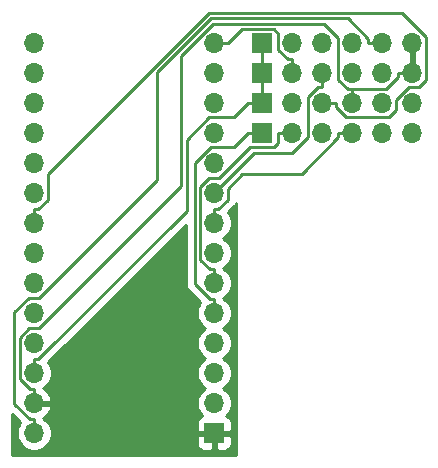
<source format=gbr>
G04 #@! TF.GenerationSoftware,KiCad,Pcbnew,(5.1.5-0-10_14)*
G04 #@! TF.CreationDate,2021-03-13T22:21:17+01:00*
G04 #@! TF.ProjectId,es_bridge,65735f62-7269-4646-9765-2e6b69636164,rev?*
G04 #@! TF.SameCoordinates,Original*
G04 #@! TF.FileFunction,Copper,L1,Top*
G04 #@! TF.FilePolarity,Positive*
%FSLAX46Y46*%
G04 Gerber Fmt 4.6, Leading zero omitted, Abs format (unit mm)*
G04 Created by KiCad (PCBNEW (5.1.5-0-10_14)) date 2021-03-13 22:21:17*
%MOMM*%
%LPD*%
G04 APERTURE LIST*
%ADD10O,1.700000X1.700000*%
%ADD11R,1.700000X1.700000*%
%ADD12C,0.250000*%
%ADD13C,0.254000*%
G04 APERTURE END LIST*
D10*
X166624000Y-78740000D03*
X164084000Y-78740000D03*
X161544000Y-78740000D03*
X159004000Y-78740000D03*
X156464000Y-78740000D03*
D11*
X153924000Y-78740000D03*
D10*
X166624000Y-76200000D03*
X164084000Y-76200000D03*
X161544000Y-76200000D03*
X159004000Y-76200000D03*
X156464000Y-76200000D03*
D11*
X153924000Y-76200000D03*
D10*
X166624000Y-73660000D03*
X164084000Y-73660000D03*
X161544000Y-73660000D03*
X159004000Y-73660000D03*
X156464000Y-73660000D03*
D11*
X153924000Y-73660000D03*
D10*
X166624000Y-71120000D03*
X164084000Y-71120000D03*
X161544000Y-71120000D03*
X159004000Y-71120000D03*
X156464000Y-71120000D03*
D11*
X153924000Y-71120000D03*
X149860000Y-104140000D03*
D10*
X149860000Y-101600000D03*
X149860000Y-99060000D03*
X149860000Y-96520000D03*
X149860000Y-93980000D03*
X149860000Y-91440000D03*
X149860000Y-88900000D03*
X149860000Y-86360000D03*
X149860000Y-83820000D03*
X149860000Y-81280000D03*
X149860000Y-78740000D03*
X149860000Y-76200000D03*
X149860000Y-73660000D03*
X149860000Y-71120000D03*
X134620000Y-71120000D03*
X134620000Y-73660000D03*
X134620000Y-76200000D03*
X134620000Y-78740000D03*
X134620000Y-81280000D03*
X134620000Y-83820000D03*
X134620000Y-86360000D03*
X134620000Y-88900000D03*
X134620000Y-91440000D03*
X134620000Y-93980000D03*
X134620000Y-96520000D03*
X134620000Y-99060000D03*
X134620000Y-101600000D03*
X134620000Y-104140000D03*
D12*
X156464000Y-73660000D02*
X156464000Y-72484700D01*
X149860000Y-71120000D02*
X151035300Y-71120000D01*
X151035300Y-71120000D02*
X152210600Y-69944700D01*
X152210600Y-69944700D02*
X154908800Y-69944700D01*
X154908800Y-69944700D02*
X155288700Y-70324600D01*
X155288700Y-70324600D02*
X155288700Y-71676800D01*
X155288700Y-71676800D02*
X156096600Y-72484700D01*
X156096600Y-72484700D02*
X156464000Y-72484700D01*
X159004000Y-73660000D02*
X159004000Y-74835300D01*
X149860000Y-83820000D02*
X153241400Y-80438600D01*
X153241400Y-80438600D02*
X156436800Y-80438600D01*
X156436800Y-80438600D02*
X157828700Y-79046700D01*
X157828700Y-79046700D02*
X157828700Y-75643200D01*
X157828700Y-75643200D02*
X158636600Y-74835300D01*
X158636600Y-74835300D02*
X159004000Y-74835300D01*
X161544000Y-78740000D02*
X160368700Y-78740000D01*
X149860000Y-86360000D02*
X149860000Y-85184700D01*
X149860000Y-85184700D02*
X150227400Y-85184700D01*
X150227400Y-85184700D02*
X151035300Y-84376800D01*
X151035300Y-84376800D02*
X151035300Y-83438300D01*
X151035300Y-83438300D02*
X152259000Y-82214600D01*
X152259000Y-82214600D02*
X157261400Y-82214600D01*
X157261400Y-82214600D02*
X160368700Y-79107300D01*
X160368700Y-79107300D02*
X160368700Y-78740000D01*
X149860000Y-91440000D02*
X149860000Y-90264700D01*
X156464000Y-78740000D02*
X155288700Y-78740000D01*
X155288700Y-78740000D02*
X155288700Y-79548100D01*
X155288700Y-79548100D02*
X154921500Y-79915300D01*
X154921500Y-79915300D02*
X152887000Y-79915300D01*
X152887000Y-79915300D02*
X150252300Y-82550000D01*
X150252300Y-82550000D02*
X149462700Y-82550000D01*
X149462700Y-82550000D02*
X148684700Y-83328000D01*
X148684700Y-83328000D02*
X148684700Y-89456800D01*
X148684700Y-89456800D02*
X149492600Y-90264700D01*
X149492600Y-90264700D02*
X149860000Y-90264700D01*
X152748700Y-78740000D02*
X151573400Y-79915300D01*
X151573400Y-79915300D02*
X149561500Y-79915300D01*
X149561500Y-79915300D02*
X148206800Y-81270000D01*
X148206800Y-81270000D02*
X148206800Y-91518800D01*
X148206800Y-91518800D02*
X149492700Y-92804700D01*
X149492700Y-92804700D02*
X149860000Y-92804700D01*
X153924000Y-78740000D02*
X152748700Y-78740000D01*
X149860000Y-93980000D02*
X149860000Y-92804700D01*
X159004000Y-76200000D02*
X160179300Y-76200000D01*
X134620000Y-86360000D02*
X134620000Y-85184700D01*
X134620000Y-85184700D02*
X134987400Y-85184700D01*
X134987400Y-85184700D02*
X135795300Y-84376800D01*
X135795300Y-84376800D02*
X135795300Y-82185300D01*
X135795300Y-82185300D02*
X149450700Y-68529900D01*
X149450700Y-68529900D02*
X165731800Y-68529900D01*
X165731800Y-68529900D02*
X167814900Y-70613000D01*
X167814900Y-70613000D02*
X167814900Y-74227600D01*
X167814900Y-74227600D02*
X167207100Y-74835400D01*
X167207100Y-74835400D02*
X166324300Y-74835400D01*
X166324300Y-74835400D02*
X165259400Y-75900300D01*
X165259400Y-75900300D02*
X165259400Y-76783300D01*
X165259400Y-76783300D02*
X164667400Y-77375300D01*
X164667400Y-77375300D02*
X160987200Y-77375300D01*
X160987200Y-77375300D02*
X160179300Y-76567400D01*
X160179300Y-76567400D02*
X160179300Y-76200000D01*
X161544000Y-75024700D02*
X161176600Y-75024700D01*
X161176600Y-75024700D02*
X160368700Y-74216800D01*
X160368700Y-74216800D02*
X160368700Y-70726100D01*
X160368700Y-70726100D02*
X159137000Y-69494400D01*
X159137000Y-69494400D02*
X149796000Y-69494400D01*
X149796000Y-69494400D02*
X147076200Y-72214200D01*
X147076200Y-72214200D02*
X147076200Y-83193900D01*
X147076200Y-83193900D02*
X135020100Y-95250000D01*
X135020100Y-95250000D02*
X134212400Y-95250000D01*
X134212400Y-95250000D02*
X133396500Y-96065900D01*
X133396500Y-96065900D02*
X133396500Y-99568500D01*
X133396500Y-99568500D02*
X134252700Y-100424700D01*
X134252700Y-100424700D02*
X134620000Y-100424700D01*
X166624000Y-73660000D02*
X165448700Y-73660000D01*
X165448700Y-73660000D02*
X165448700Y-74027300D01*
X165448700Y-74027300D02*
X164451300Y-75024700D01*
X164451300Y-75024700D02*
X161544000Y-75024700D01*
X166624000Y-71120000D02*
X166624000Y-73660000D01*
X161544000Y-76200000D02*
X161544000Y-75024700D01*
X134620000Y-101600000D02*
X134620000Y-100424700D01*
X153924000Y-73660000D02*
X153924000Y-76200000D01*
X153924000Y-71120000D02*
X153924000Y-73660000D01*
X153924000Y-76200000D02*
X152748700Y-76200000D01*
X134620000Y-99060000D02*
X134620000Y-97884700D01*
X134620000Y-97884700D02*
X134987300Y-97884700D01*
X134987300Y-97884700D02*
X147526600Y-85345400D01*
X147526600Y-85345400D02*
X147526600Y-79310700D01*
X147526600Y-79310700D02*
X149462000Y-77375300D01*
X149462000Y-77375300D02*
X151573400Y-77375300D01*
X151573400Y-77375300D02*
X152748700Y-76200000D01*
X164084000Y-71120000D02*
X162908700Y-71120000D01*
X134620000Y-104140000D02*
X134620000Y-102964700D01*
X134620000Y-102964700D02*
X134252700Y-102964700D01*
X134252700Y-102964700D02*
X132946100Y-101658100D01*
X132946100Y-101658100D02*
X132946100Y-93921800D01*
X132946100Y-93921800D02*
X134157900Y-92710000D01*
X134157900Y-92710000D02*
X135039100Y-92710000D01*
X135039100Y-92710000D02*
X145030800Y-82718300D01*
X145030800Y-82718300D02*
X145030800Y-73586700D01*
X145030800Y-73586700D02*
X149585900Y-69031600D01*
X149585900Y-69031600D02*
X161187600Y-69031600D01*
X161187600Y-69031600D02*
X162908700Y-70752700D01*
X162908700Y-70752700D02*
X162908700Y-71120000D01*
D13*
G36*
X151740001Y-106020000D02*
G01*
X132740000Y-106020000D01*
X132740000Y-102526802D01*
X133442509Y-103229311D01*
X133304010Y-103436589D01*
X133192068Y-103706842D01*
X133135000Y-103993740D01*
X133135000Y-104286260D01*
X133192068Y-104573158D01*
X133304010Y-104843411D01*
X133466525Y-105086632D01*
X133673368Y-105293475D01*
X133916589Y-105455990D01*
X134186842Y-105567932D01*
X134473740Y-105625000D01*
X134766260Y-105625000D01*
X135053158Y-105567932D01*
X135323411Y-105455990D01*
X135566632Y-105293475D01*
X135773475Y-105086632D01*
X135838042Y-104990000D01*
X148371928Y-104990000D01*
X148384188Y-105114482D01*
X148420498Y-105234180D01*
X148479463Y-105344494D01*
X148558815Y-105441185D01*
X148655506Y-105520537D01*
X148765820Y-105579502D01*
X148885518Y-105615812D01*
X149010000Y-105628072D01*
X149574250Y-105625000D01*
X149733000Y-105466250D01*
X149733000Y-104267000D01*
X149987000Y-104267000D01*
X149987000Y-105466250D01*
X150145750Y-105625000D01*
X150710000Y-105628072D01*
X150834482Y-105615812D01*
X150954180Y-105579502D01*
X151064494Y-105520537D01*
X151161185Y-105441185D01*
X151240537Y-105344494D01*
X151299502Y-105234180D01*
X151335812Y-105114482D01*
X151348072Y-104990000D01*
X151345000Y-104425750D01*
X151186250Y-104267000D01*
X149987000Y-104267000D01*
X149733000Y-104267000D01*
X148533750Y-104267000D01*
X148375000Y-104425750D01*
X148371928Y-104990000D01*
X135838042Y-104990000D01*
X135935990Y-104843411D01*
X136047932Y-104573158D01*
X136105000Y-104286260D01*
X136105000Y-103993740D01*
X136047932Y-103706842D01*
X135935990Y-103436589D01*
X135773475Y-103193368D01*
X135566632Y-102986525D01*
X135384466Y-102864805D01*
X135501355Y-102795178D01*
X135717588Y-102600269D01*
X135891641Y-102366920D01*
X136016825Y-102104099D01*
X136061476Y-101956890D01*
X135940155Y-101727000D01*
X134747000Y-101727000D01*
X134747000Y-101747000D01*
X134493000Y-101747000D01*
X134493000Y-101727000D01*
X134473000Y-101727000D01*
X134473000Y-101473000D01*
X134493000Y-101473000D01*
X134493000Y-101453000D01*
X134747000Y-101453000D01*
X134747000Y-101473000D01*
X135940155Y-101473000D01*
X136061476Y-101243110D01*
X136016825Y-101095901D01*
X135891641Y-100833080D01*
X135717588Y-100599731D01*
X135501355Y-100404822D01*
X135384466Y-100335195D01*
X135566632Y-100213475D01*
X135773475Y-100006632D01*
X135935990Y-99763411D01*
X136047932Y-99493158D01*
X136105000Y-99206260D01*
X136105000Y-98913740D01*
X136047932Y-98626842D01*
X135935990Y-98356589D01*
X135797491Y-98149310D01*
X147446801Y-86500001D01*
X147446801Y-91481468D01*
X147443124Y-91518800D01*
X147457798Y-91667785D01*
X147501254Y-91811046D01*
X147571826Y-91943076D01*
X147643001Y-92029802D01*
X147666800Y-92058801D01*
X147695798Y-92082599D01*
X148682509Y-93069311D01*
X148544010Y-93276589D01*
X148432068Y-93546842D01*
X148375000Y-93833740D01*
X148375000Y-94126260D01*
X148432068Y-94413158D01*
X148544010Y-94683411D01*
X148706525Y-94926632D01*
X148913368Y-95133475D01*
X149087760Y-95250000D01*
X148913368Y-95366525D01*
X148706525Y-95573368D01*
X148544010Y-95816589D01*
X148432068Y-96086842D01*
X148375000Y-96373740D01*
X148375000Y-96666260D01*
X148432068Y-96953158D01*
X148544010Y-97223411D01*
X148706525Y-97466632D01*
X148913368Y-97673475D01*
X149087760Y-97790000D01*
X148913368Y-97906525D01*
X148706525Y-98113368D01*
X148544010Y-98356589D01*
X148432068Y-98626842D01*
X148375000Y-98913740D01*
X148375000Y-99206260D01*
X148432068Y-99493158D01*
X148544010Y-99763411D01*
X148706525Y-100006632D01*
X148913368Y-100213475D01*
X149087760Y-100330000D01*
X148913368Y-100446525D01*
X148706525Y-100653368D01*
X148544010Y-100896589D01*
X148432068Y-101166842D01*
X148375000Y-101453740D01*
X148375000Y-101746260D01*
X148432068Y-102033158D01*
X148544010Y-102303411D01*
X148706525Y-102546632D01*
X148838380Y-102678487D01*
X148765820Y-102700498D01*
X148655506Y-102759463D01*
X148558815Y-102838815D01*
X148479463Y-102935506D01*
X148420498Y-103045820D01*
X148384188Y-103165518D01*
X148371928Y-103290000D01*
X148375000Y-103854250D01*
X148533750Y-104013000D01*
X149733000Y-104013000D01*
X149733000Y-103993000D01*
X149987000Y-103993000D01*
X149987000Y-104013000D01*
X151186250Y-104013000D01*
X151345000Y-103854250D01*
X151348072Y-103290000D01*
X151335812Y-103165518D01*
X151299502Y-103045820D01*
X151240537Y-102935506D01*
X151161185Y-102838815D01*
X151064494Y-102759463D01*
X150954180Y-102700498D01*
X150881620Y-102678487D01*
X151013475Y-102546632D01*
X151175990Y-102303411D01*
X151287932Y-102033158D01*
X151345000Y-101746260D01*
X151345000Y-101453740D01*
X151287932Y-101166842D01*
X151175990Y-100896589D01*
X151013475Y-100653368D01*
X150806632Y-100446525D01*
X150632240Y-100330000D01*
X150806632Y-100213475D01*
X151013475Y-100006632D01*
X151175990Y-99763411D01*
X151287932Y-99493158D01*
X151345000Y-99206260D01*
X151345000Y-98913740D01*
X151287932Y-98626842D01*
X151175990Y-98356589D01*
X151013475Y-98113368D01*
X150806632Y-97906525D01*
X150632240Y-97790000D01*
X150806632Y-97673475D01*
X151013475Y-97466632D01*
X151175990Y-97223411D01*
X151287932Y-96953158D01*
X151345000Y-96666260D01*
X151345000Y-96373740D01*
X151287932Y-96086842D01*
X151175990Y-95816589D01*
X151013475Y-95573368D01*
X150806632Y-95366525D01*
X150632240Y-95250000D01*
X150806632Y-95133475D01*
X151013475Y-94926632D01*
X151175990Y-94683411D01*
X151287932Y-94413158D01*
X151345000Y-94126260D01*
X151345000Y-93833740D01*
X151287932Y-93546842D01*
X151175990Y-93276589D01*
X151013475Y-93033368D01*
X150806632Y-92826525D01*
X150632240Y-92710000D01*
X150806632Y-92593475D01*
X151013475Y-92386632D01*
X151175990Y-92143411D01*
X151287932Y-91873158D01*
X151345000Y-91586260D01*
X151345000Y-91293740D01*
X151287932Y-91006842D01*
X151175990Y-90736589D01*
X151013475Y-90493368D01*
X150806632Y-90286525D01*
X150632240Y-90170000D01*
X150806632Y-90053475D01*
X151013475Y-89846632D01*
X151175990Y-89603411D01*
X151287932Y-89333158D01*
X151345000Y-89046260D01*
X151345000Y-88753740D01*
X151287932Y-88466842D01*
X151175990Y-88196589D01*
X151013475Y-87953368D01*
X150806632Y-87746525D01*
X150632240Y-87630000D01*
X150806632Y-87513475D01*
X151013475Y-87306632D01*
X151175990Y-87063411D01*
X151287932Y-86793158D01*
X151345000Y-86506260D01*
X151345000Y-86213740D01*
X151287932Y-85926842D01*
X151175990Y-85656589D01*
X151037531Y-85449370D01*
X151546304Y-84940598D01*
X151575301Y-84916801D01*
X151609606Y-84875000D01*
X151670274Y-84801077D01*
X151740000Y-84670630D01*
X151740001Y-106020000D01*
G37*
X151740001Y-106020000D02*
X132740000Y-106020000D01*
X132740000Y-102526802D01*
X133442509Y-103229311D01*
X133304010Y-103436589D01*
X133192068Y-103706842D01*
X133135000Y-103993740D01*
X133135000Y-104286260D01*
X133192068Y-104573158D01*
X133304010Y-104843411D01*
X133466525Y-105086632D01*
X133673368Y-105293475D01*
X133916589Y-105455990D01*
X134186842Y-105567932D01*
X134473740Y-105625000D01*
X134766260Y-105625000D01*
X135053158Y-105567932D01*
X135323411Y-105455990D01*
X135566632Y-105293475D01*
X135773475Y-105086632D01*
X135838042Y-104990000D01*
X148371928Y-104990000D01*
X148384188Y-105114482D01*
X148420498Y-105234180D01*
X148479463Y-105344494D01*
X148558815Y-105441185D01*
X148655506Y-105520537D01*
X148765820Y-105579502D01*
X148885518Y-105615812D01*
X149010000Y-105628072D01*
X149574250Y-105625000D01*
X149733000Y-105466250D01*
X149733000Y-104267000D01*
X149987000Y-104267000D01*
X149987000Y-105466250D01*
X150145750Y-105625000D01*
X150710000Y-105628072D01*
X150834482Y-105615812D01*
X150954180Y-105579502D01*
X151064494Y-105520537D01*
X151161185Y-105441185D01*
X151240537Y-105344494D01*
X151299502Y-105234180D01*
X151335812Y-105114482D01*
X151348072Y-104990000D01*
X151345000Y-104425750D01*
X151186250Y-104267000D01*
X149987000Y-104267000D01*
X149733000Y-104267000D01*
X148533750Y-104267000D01*
X148375000Y-104425750D01*
X148371928Y-104990000D01*
X135838042Y-104990000D01*
X135935990Y-104843411D01*
X136047932Y-104573158D01*
X136105000Y-104286260D01*
X136105000Y-103993740D01*
X136047932Y-103706842D01*
X135935990Y-103436589D01*
X135773475Y-103193368D01*
X135566632Y-102986525D01*
X135384466Y-102864805D01*
X135501355Y-102795178D01*
X135717588Y-102600269D01*
X135891641Y-102366920D01*
X136016825Y-102104099D01*
X136061476Y-101956890D01*
X135940155Y-101727000D01*
X134747000Y-101727000D01*
X134747000Y-101747000D01*
X134493000Y-101747000D01*
X134493000Y-101727000D01*
X134473000Y-101727000D01*
X134473000Y-101473000D01*
X134493000Y-101473000D01*
X134493000Y-101453000D01*
X134747000Y-101453000D01*
X134747000Y-101473000D01*
X135940155Y-101473000D01*
X136061476Y-101243110D01*
X136016825Y-101095901D01*
X135891641Y-100833080D01*
X135717588Y-100599731D01*
X135501355Y-100404822D01*
X135384466Y-100335195D01*
X135566632Y-100213475D01*
X135773475Y-100006632D01*
X135935990Y-99763411D01*
X136047932Y-99493158D01*
X136105000Y-99206260D01*
X136105000Y-98913740D01*
X136047932Y-98626842D01*
X135935990Y-98356589D01*
X135797491Y-98149310D01*
X147446801Y-86500001D01*
X147446801Y-91481468D01*
X147443124Y-91518800D01*
X147457798Y-91667785D01*
X147501254Y-91811046D01*
X147571826Y-91943076D01*
X147643001Y-92029802D01*
X147666800Y-92058801D01*
X147695798Y-92082599D01*
X148682509Y-93069311D01*
X148544010Y-93276589D01*
X148432068Y-93546842D01*
X148375000Y-93833740D01*
X148375000Y-94126260D01*
X148432068Y-94413158D01*
X148544010Y-94683411D01*
X148706525Y-94926632D01*
X148913368Y-95133475D01*
X149087760Y-95250000D01*
X148913368Y-95366525D01*
X148706525Y-95573368D01*
X148544010Y-95816589D01*
X148432068Y-96086842D01*
X148375000Y-96373740D01*
X148375000Y-96666260D01*
X148432068Y-96953158D01*
X148544010Y-97223411D01*
X148706525Y-97466632D01*
X148913368Y-97673475D01*
X149087760Y-97790000D01*
X148913368Y-97906525D01*
X148706525Y-98113368D01*
X148544010Y-98356589D01*
X148432068Y-98626842D01*
X148375000Y-98913740D01*
X148375000Y-99206260D01*
X148432068Y-99493158D01*
X148544010Y-99763411D01*
X148706525Y-100006632D01*
X148913368Y-100213475D01*
X149087760Y-100330000D01*
X148913368Y-100446525D01*
X148706525Y-100653368D01*
X148544010Y-100896589D01*
X148432068Y-101166842D01*
X148375000Y-101453740D01*
X148375000Y-101746260D01*
X148432068Y-102033158D01*
X148544010Y-102303411D01*
X148706525Y-102546632D01*
X148838380Y-102678487D01*
X148765820Y-102700498D01*
X148655506Y-102759463D01*
X148558815Y-102838815D01*
X148479463Y-102935506D01*
X148420498Y-103045820D01*
X148384188Y-103165518D01*
X148371928Y-103290000D01*
X148375000Y-103854250D01*
X148533750Y-104013000D01*
X149733000Y-104013000D01*
X149733000Y-103993000D01*
X149987000Y-103993000D01*
X149987000Y-104013000D01*
X151186250Y-104013000D01*
X151345000Y-103854250D01*
X151348072Y-103290000D01*
X151335812Y-103165518D01*
X151299502Y-103045820D01*
X151240537Y-102935506D01*
X151161185Y-102838815D01*
X151064494Y-102759463D01*
X150954180Y-102700498D01*
X150881620Y-102678487D01*
X151013475Y-102546632D01*
X151175990Y-102303411D01*
X151287932Y-102033158D01*
X151345000Y-101746260D01*
X151345000Y-101453740D01*
X151287932Y-101166842D01*
X151175990Y-100896589D01*
X151013475Y-100653368D01*
X150806632Y-100446525D01*
X150632240Y-100330000D01*
X150806632Y-100213475D01*
X151013475Y-100006632D01*
X151175990Y-99763411D01*
X151287932Y-99493158D01*
X151345000Y-99206260D01*
X151345000Y-98913740D01*
X151287932Y-98626842D01*
X151175990Y-98356589D01*
X151013475Y-98113368D01*
X150806632Y-97906525D01*
X150632240Y-97790000D01*
X150806632Y-97673475D01*
X151013475Y-97466632D01*
X151175990Y-97223411D01*
X151287932Y-96953158D01*
X151345000Y-96666260D01*
X151345000Y-96373740D01*
X151287932Y-96086842D01*
X151175990Y-95816589D01*
X151013475Y-95573368D01*
X150806632Y-95366525D01*
X150632240Y-95250000D01*
X150806632Y-95133475D01*
X151013475Y-94926632D01*
X151175990Y-94683411D01*
X151287932Y-94413158D01*
X151345000Y-94126260D01*
X151345000Y-93833740D01*
X151287932Y-93546842D01*
X151175990Y-93276589D01*
X151013475Y-93033368D01*
X150806632Y-92826525D01*
X150632240Y-92710000D01*
X150806632Y-92593475D01*
X151013475Y-92386632D01*
X151175990Y-92143411D01*
X151287932Y-91873158D01*
X151345000Y-91586260D01*
X151345000Y-91293740D01*
X151287932Y-91006842D01*
X151175990Y-90736589D01*
X151013475Y-90493368D01*
X150806632Y-90286525D01*
X150632240Y-90170000D01*
X150806632Y-90053475D01*
X151013475Y-89846632D01*
X151175990Y-89603411D01*
X151287932Y-89333158D01*
X151345000Y-89046260D01*
X151345000Y-88753740D01*
X151287932Y-88466842D01*
X151175990Y-88196589D01*
X151013475Y-87953368D01*
X150806632Y-87746525D01*
X150632240Y-87630000D01*
X150806632Y-87513475D01*
X151013475Y-87306632D01*
X151175990Y-87063411D01*
X151287932Y-86793158D01*
X151345000Y-86506260D01*
X151345000Y-86213740D01*
X151287932Y-85926842D01*
X151175990Y-85656589D01*
X151037531Y-85449370D01*
X151546304Y-84940598D01*
X151575301Y-84916801D01*
X151609606Y-84875000D01*
X151670274Y-84801077D01*
X151740000Y-84670630D01*
X151740001Y-106020000D01*
G36*
X161671000Y-76073000D02*
G01*
X161691000Y-76073000D01*
X161691000Y-76327000D01*
X161671000Y-76327000D01*
X161671000Y-76347000D01*
X161417000Y-76347000D01*
X161417000Y-76327000D01*
X161397000Y-76327000D01*
X161397000Y-76073000D01*
X161417000Y-76073000D01*
X161417000Y-76053000D01*
X161671000Y-76053000D01*
X161671000Y-76073000D01*
G37*
X161671000Y-76073000D02*
X161691000Y-76073000D01*
X161691000Y-76327000D01*
X161671000Y-76327000D01*
X161671000Y-76347000D01*
X161417000Y-76347000D01*
X161417000Y-76327000D01*
X161397000Y-76327000D01*
X161397000Y-76073000D01*
X161417000Y-76073000D01*
X161417000Y-76053000D01*
X161671000Y-76053000D01*
X161671000Y-76073000D01*
G36*
X166751000Y-70993000D02*
G01*
X166771000Y-70993000D01*
X166771000Y-71247000D01*
X166751000Y-71247000D01*
X166751000Y-73533000D01*
X166771000Y-73533000D01*
X166771000Y-73787000D01*
X166751000Y-73787000D01*
X166751000Y-73807000D01*
X166497000Y-73807000D01*
X166497000Y-73787000D01*
X166477000Y-73787000D01*
X166477000Y-73533000D01*
X166497000Y-73533000D01*
X166497000Y-71247000D01*
X166477000Y-71247000D01*
X166477000Y-70993000D01*
X166497000Y-70993000D01*
X166497000Y-70973000D01*
X166751000Y-70973000D01*
X166751000Y-70993000D01*
G37*
X166751000Y-70993000D02*
X166771000Y-70993000D01*
X166771000Y-71247000D01*
X166751000Y-71247000D01*
X166751000Y-73533000D01*
X166771000Y-73533000D01*
X166771000Y-73787000D01*
X166751000Y-73787000D01*
X166751000Y-73807000D01*
X166497000Y-73807000D01*
X166497000Y-73787000D01*
X166477000Y-73787000D01*
X166477000Y-73533000D01*
X166497000Y-73533000D01*
X166497000Y-71247000D01*
X166477000Y-71247000D01*
X166477000Y-70993000D01*
X166497000Y-70993000D01*
X166497000Y-70973000D01*
X166751000Y-70973000D01*
X166751000Y-70993000D01*
M02*

</source>
